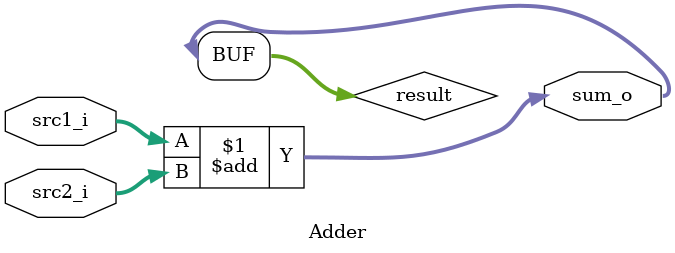
<source format=v>
module Adder(
	src1_i,
	src2_i,
	sum_o
	);
     
// I/O ports
input  [32-1:0]  src1_i;
input  [32-1:0]	 src2_i;

output [32-1:0]	 sum_o;

// Internal Signals
wire [32-1:0]	result;

// Main function
assign result = $signed(src1_i) + $signed(src2_i);//signed??
assign sum_o = result;
 

endmodule                  
</source>
